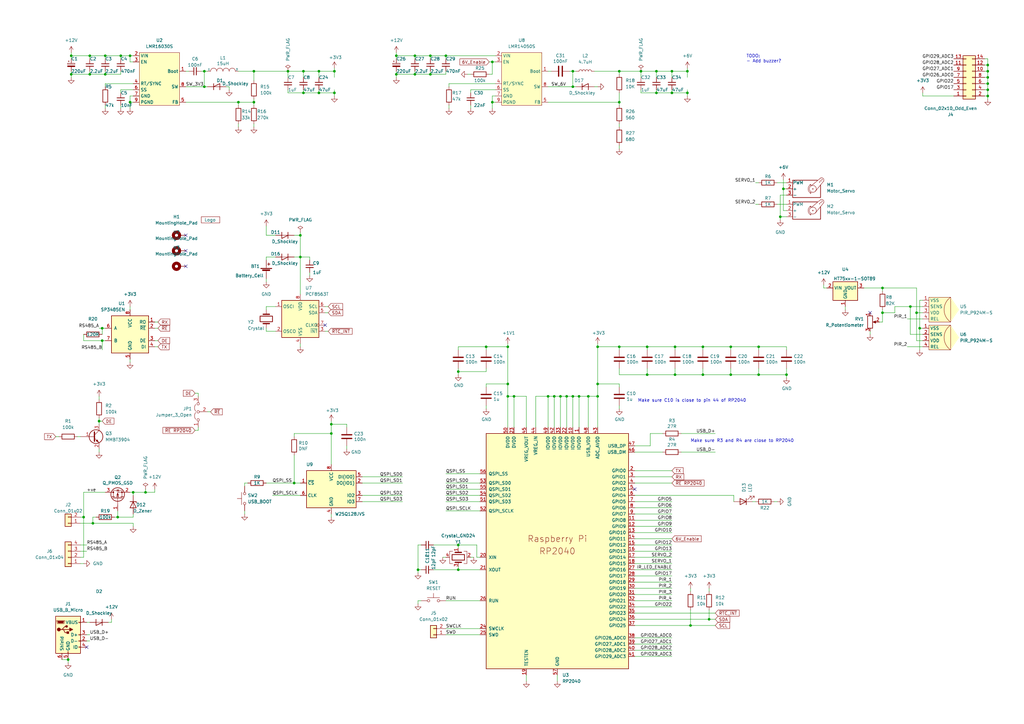
<source format=kicad_sch>
(kicad_sch (version 20211123) (generator eeschema)
  (paper "A3")
  (junction (at 299.72 153.67))
  (junction (at 53.34 22.86))
  (junction (at 135.89 173.99))
  (junction (at 237.49 162.56))
  (junction (at 43.18 30.48))
  (junction (at 130.81 29.21))
  (junction (at 36.83 30.48))
  (junction (at 234.95 162.56))
  (junction (at 254 41.91))
  (junction (at 405.13 39.37))
  (junction (at 29.21 22.86))
  (junction (at 104.14 29.21))
  (junction (at 124.46 38.1))
  (junction (at 405.13 29.21))
  (junction (at 245.11 142.24))
  (junction (at 48.26 212.09))
  (junction (at 262.89 29.21))
  (junction (at 49.53 22.86))
  (junction (at 227.33 162.56))
  (junction (at 162.56 22.86))
  (junction (at 224.79 162.56))
  (junction (at 53.34 41.91))
  (junction (at 299.72 142.24))
  (junction (at 254 29.21))
  (junction (at 281.94 29.21))
  (junction (at 361.95 118.11))
  (junction (at 104.14 41.91))
  (junction (at 322.58 153.67))
  (junction (at 187.96 233.68))
  (junction (at 171.45 233.68))
  (junction (at 59.69 201.93))
  (junction (at 245.11 157.48))
  (junction (at 208.28 157.48))
  (junction (at 311.15 142.24))
  (junction (at 38.1 214.63))
  (junction (at 36.83 22.86))
  (junction (at 162.56 30.48))
  (junction (at 229.87 162.56))
  (junction (at 276.86 153.67))
  (junction (at 234.95 29.21))
  (junction (at 123.19 105.41))
  (junction (at 201.93 25.4))
  (junction (at 187.96 223.52))
  (junction (at 137.16 38.1))
  (junction (at 311.15 153.67))
  (junction (at 54.61 201.93))
  (junction (at 276.86 142.24))
  (junction (at 269.24 38.1))
  (junction (at 321.31 77.47))
  (junction (at 120.65 198.12))
  (junction (at 234.95 35.56))
  (junction (at 288.29 153.67))
  (junction (at 281.94 38.1))
  (junction (at 83.82 29.21))
  (junction (at 176.53 30.48))
  (junction (at 29.21 30.48))
  (junction (at 232.41 162.56))
  (junction (at 41.91 134.62))
  (junction (at 405.13 36.83))
  (junction (at 40.64 172.72))
  (junction (at 265.43 142.24))
  (junction (at 187.96 152.4))
  (junction (at 210.82 162.56))
  (junction (at 405.13 34.29))
  (junction (at 288.29 142.24))
  (junction (at 208.28 162.56))
  (junction (at 320.04 88.9))
  (junction (at 275.59 29.21))
  (junction (at 373.38 125.73))
  (junction (at 34.29 212.09))
  (junction (at 283.21 256.54))
  (junction (at 124.46 29.21))
  (junction (at 361.95 128.27))
  (junction (at 176.53 22.86))
  (junction (at 208.28 142.24))
  (junction (at 137.16 29.21))
  (junction (at 41.91 139.7))
  (junction (at 83.82 35.56))
  (junction (at 269.24 29.21))
  (junction (at 201.93 41.91))
  (junction (at 241.3 162.56))
  (junction (at 245.11 162.56))
  (junction (at 290.83 254))
  (junction (at 130.81 38.1))
  (junction (at 170.18 22.86))
  (junction (at 199.39 142.24))
  (junction (at 123.19 96.52))
  (junction (at 97.79 41.91))
  (junction (at 43.18 22.86))
  (junction (at 170.18 30.48))
  (junction (at 265.43 153.67))
  (junction (at 405.13 31.75))
  (junction (at 405.13 26.67))
  (junction (at 375.92 128.27))
  (junction (at 377.19 134.62))
  (junction (at 275.59 38.1))
  (junction (at 254 142.24))
  (junction (at 135.89 177.8))
  (junction (at 182.88 22.86))
  (junction (at 27.94 270.51))
  (junction (at 118.11 29.21))
  (no_connect (at 76.2 96.52))
  (no_connect (at 133.35 133.35))
  (no_connect (at 356.87 128.27))
  (no_connect (at 35.56 265.43))
  (no_connect (at 76.2 109.22))
  (no_connect (at 76.2 102.87))
  (no_connect (at 260.35 200.66))
  (wire (pts (xy 290.83 241.3) (xy 290.83 242.57)))
  (wire (pts (xy 124.46 38.1) (xy 130.81 38.1)))
  (wire (pts (xy 265.43 142.24) (xy 276.86 142.24)))
  (wire (pts (xy 22.86 179.07) (xy 24.13 179.07)))
  (wire (pts (xy 265.43 153.67) (xy 254 153.67)))
  (wire (pts (xy 215.9 162.56) (xy 210.82 162.56)))
  (wire (pts (xy 29.21 30.48) (xy 29.21 31.75)))
  (wire (pts (xy 260.35 195.58) (xy 275.59 195.58)))
  (wire (pts (xy 254 59.69) (xy 254 60.96)))
  (wire (pts (xy 184.15 43.18) (xy 184.15 44.45)))
  (wire (pts (xy 135.89 177.8) (xy 135.89 190.5)))
  (wire (pts (xy 182.88 29.21) (xy 182.88 30.48)))
  (wire (pts (xy 142.24 182.88) (xy 142.24 184.15)))
  (wire (pts (xy 38.1 212.09) (xy 38.1 214.63)))
  (wire (pts (xy 288.29 151.13) (xy 288.29 153.67)))
  (wire (pts (xy 254 38.1) (xy 254 41.91)))
  (wire (pts (xy 101.6 198.12) (xy 100.33 198.12)))
  (wire (pts (xy 260.35 215.9) (xy 275.59 215.9)))
  (wire (pts (xy 92.71 35.56) (xy 93.98 35.56)))
  (wire (pts (xy 123.19 140.97) (xy 123.19 142.24)))
  (wire (pts (xy 97.79 50.8) (xy 97.79 52.07)))
  (wire (pts (xy 196.85 209.55) (xy 182.88 209.55)))
  (wire (pts (xy 53.34 41.91) (xy 53.34 39.37)))
  (wire (pts (xy 109.22 92.71) (xy 109.22 96.52)))
  (wire (pts (xy 378.46 137.16) (xy 373.38 137.16)))
  (wire (pts (xy 25.4 270.51) (xy 27.94 270.51)))
  (wire (pts (xy 171.45 234.95) (xy 171.45 233.68)))
  (wire (pts (xy 208.28 162.56) (xy 208.28 175.26)))
  (wire (pts (xy 269.24 38.1) (xy 269.24 36.83)))
  (wire (pts (xy 76.2 35.56) (xy 83.82 35.56)))
  (wire (pts (xy 265.43 151.13) (xy 265.43 153.67)))
  (wire (pts (xy 224.79 29.21) (xy 226.06 29.21)))
  (wire (pts (xy 184.15 34.29) (xy 203.2 34.29)))
  (wire (pts (xy 403.86 36.83) (xy 405.13 36.83)))
  (wire (pts (xy 49.53 44.45) (xy 49.53 43.18)))
  (wire (pts (xy 29.21 24.13) (xy 29.21 22.86)))
  (wire (pts (xy 283.21 256.54) (xy 293.37 256.54)))
  (wire (pts (xy 377.19 134.62) (xy 377.19 123.19)))
  (wire (pts (xy 320.04 88.9) (xy 320.04 90.17)))
  (wire (pts (xy 109.22 127) (xy 109.22 125.73)))
  (wire (pts (xy 83.82 35.56) (xy 85.09 35.56)))
  (wire (pts (xy 283.21 241.3) (xy 283.21 242.57)))
  (wire (pts (xy 118.11 29.21) (xy 118.11 31.75)))
  (wire (pts (xy 48.26 212.09) (xy 48.26 209.55)))
  (wire (pts (xy 373.38 125.73) (xy 373.38 137.16)))
  (wire (pts (xy 33.02 231.14) (xy 34.29 231.14)))
  (wire (pts (xy 260.35 248.92) (xy 275.59 248.92)))
  (wire (pts (xy 241.3 162.56) (xy 245.11 162.56)))
  (wire (pts (xy 80.01 176.53) (xy 81.28 176.53)))
  (wire (pts (xy 405.13 24.13) (xy 405.13 26.67)))
  (wire (pts (xy 405.13 34.29) (xy 405.13 36.83)))
  (wire (pts (xy 191.77 30.48) (xy 193.04 30.48)))
  (wire (pts (xy 27.94 270.51) (xy 27.94 271.78)))
  (wire (pts (xy 182.88 22.86) (xy 203.2 22.86)))
  (wire (pts (xy 64.77 139.7) (xy 63.5 139.7)))
  (wire (pts (xy 81.28 176.53) (xy 81.28 175.26)))
  (wire (pts (xy 135.89 172.72) (xy 135.89 173.99)))
  (wire (pts (xy 262.89 29.21) (xy 262.89 31.75)))
  (wire (pts (xy 187.96 143.51) (xy 187.96 142.24)))
  (wire (pts (xy 260.35 228.6) (xy 275.59 228.6)))
  (wire (pts (xy 260.35 208.28) (xy 275.59 208.28)))
  (wire (pts (xy 375.92 128.27) (xy 378.46 128.27)))
  (wire (pts (xy 260.35 218.44) (xy 275.59 218.44)))
  (wire (pts (xy 254 158.75) (xy 254 157.48)))
  (wire (pts (xy 288.29 143.51) (xy 288.29 142.24)))
  (wire (pts (xy 40.64 162.56) (xy 40.64 163.83)))
  (wire (pts (xy 36.83 30.48) (xy 36.83 29.21)))
  (wire (pts (xy 311.15 151.13) (xy 311.15 153.67)))
  (wire (pts (xy 322.58 153.67) (xy 322.58 154.94)))
  (wire (pts (xy 127 111.76) (xy 127 113.03)))
  (wire (pts (xy 49.53 22.86) (xy 43.18 22.86)))
  (wire (pts (xy 162.56 24.13) (xy 162.56 22.86)))
  (wire (pts (xy 53.34 22.86) (xy 54.61 22.86)))
  (wire (pts (xy 262.89 29.21) (xy 269.24 29.21)))
  (wire (pts (xy 200.66 25.4) (xy 201.93 25.4)))
  (wire (pts (xy 130.81 38.1) (xy 137.16 38.1)))
  (wire (pts (xy 254 29.21) (xy 254 30.48)))
  (wire (pts (xy 262.89 36.83) (xy 262.89 38.1)))
  (wire (pts (xy 53.34 25.4) (xy 53.34 22.86)))
  (wire (pts (xy 269.24 38.1) (xy 275.59 38.1)))
  (wire (pts (xy 53.34 201.93) (xy 54.61 201.93)))
  (wire (pts (xy 193.04 43.18) (xy 193.04 44.45)))
  (wire (pts (xy 346.71 125.73) (xy 346.71 127)))
  (wire (pts (xy 208.28 140.97) (xy 208.28 142.24)))
  (wire (pts (xy 133.35 128.27) (xy 134.62 128.27)))
  (wire (pts (xy 187.96 152.4) (xy 199.39 152.4)))
  (wire (pts (xy 93.98 35.56) (xy 93.98 36.83)))
  (wire (pts (xy 219.71 162.56) (xy 224.79 162.56)))
  (wire (pts (xy 229.87 162.56) (xy 232.41 162.56)))
  (wire (pts (xy 311.15 153.67) (xy 322.58 153.67)))
  (wire (pts (xy 29.21 22.86) (xy 36.83 22.86)))
  (wire (pts (xy 201.93 41.91) (xy 203.2 41.91)))
  (wire (pts (xy 377.19 134.62) (xy 378.46 134.62)))
  (wire (pts (xy 290.83 254) (xy 293.37 254)))
  (wire (pts (xy 135.89 210.82) (xy 135.89 212.09)))
  (wire (pts (xy 53.34 39.37) (xy 54.61 39.37)))
  (wire (pts (xy 182.88 30.48) (xy 176.53 30.48)))
  (wire (pts (xy 245.11 162.56) (xy 245.11 175.26)))
  (wire (pts (xy 276.86 151.13) (xy 276.86 153.67)))
  (wire (pts (xy 219.71 175.26) (xy 219.71 162.56)))
  (wire (pts (xy 254 41.91) (xy 254 43.18)))
  (wire (pts (xy 201.93 39.37) (xy 203.2 39.37)))
  (wire (pts (xy 76.2 41.91) (xy 97.79 41.91)))
  (wire (pts (xy 33.02 226.06) (xy 35.56 226.06)))
  (wire (pts (xy 41.91 139.7) (xy 34.29 139.7)))
  (wire (pts (xy 162.56 29.21) (xy 162.56 30.48)))
  (wire (pts (xy 162.56 22.86) (xy 170.18 22.86)))
  (wire (pts (xy 260.35 261.62) (xy 275.59 261.62)))
  (wire (pts (xy 124.46 29.21) (xy 124.46 31.75)))
  (wire (pts (xy 232.41 162.56) (xy 234.95 162.56)))
  (wire (pts (xy 266.7 177.8) (xy 271.78 177.8)))
  (wire (pts (xy 54.61 25.4) (xy 53.34 25.4)))
  (wire (pts (xy 215.9 175.26) (xy 215.9 162.56)))
  (wire (pts (xy 81.28 162.56) (xy 81.28 161.29)))
  (wire (pts (xy 260.35 269.24) (xy 275.59 269.24)))
  (wire (pts (xy 403.86 29.21) (xy 405.13 29.21)))
  (wire (pts (xy 199.39 166.37) (xy 199.39 167.64)))
  (wire (pts (xy 113.03 135.89) (xy 109.22 135.89)))
  (wire (pts (xy 227.33 162.56) (xy 229.87 162.56)))
  (wire (pts (xy 133.35 135.89) (xy 134.62 135.89)))
  (wire (pts (xy 254 29.21) (xy 262.89 29.21)))
  (wire (pts (xy 229.87 175.26) (xy 229.87 162.56)))
  (wire (pts (xy 162.56 30.48) (xy 162.56 31.75)))
  (wire (pts (xy 322.58 86.36) (xy 321.31 86.36)))
  (wire (pts (xy 35.56 262.89) (xy 36.83 262.89)))
  (wire (pts (xy 120.65 96.52) (xy 123.19 96.52)))
  (wire (pts (xy 104.14 29.21) (xy 118.11 29.21)))
  (wire (pts (xy 43.18 139.7) (xy 41.91 139.7)))
  (wire (pts (xy 311.15 142.24) (xy 322.58 142.24)))
  (wire (pts (xy 245.11 140.97) (xy 245.11 142.24)))
  (wire (pts (xy 265.43 143.51) (xy 265.43 142.24)))
  (wire (pts (xy 243.84 35.56) (xy 245.11 35.56)))
  (wire (pts (xy 176.53 22.86) (xy 170.18 22.86)))
  (wire (pts (xy 182.88 22.86) (xy 182.88 24.13)))
  (wire (pts (xy 260.35 243.84) (xy 275.59 243.84)))
  (wire (pts (xy 318.77 74.93) (xy 322.58 74.93)))
  (wire (pts (xy 36.83 22.86) (xy 36.83 24.13)))
  (wire (pts (xy 405.13 39.37) (xy 405.13 40.64)))
  (wire (pts (xy 82.55 29.21) (xy 83.82 29.21)))
  (wire (pts (xy 31.75 179.07) (xy 33.02 179.07)))
  (wire (pts (xy 127 105.41) (xy 123.19 105.41)))
  (wire (pts (xy 34.29 139.7) (xy 34.29 137.16)))
  (wire (pts (xy 283.21 250.19) (xy 283.21 256.54)))
  (wire (pts (xy 311.15 143.51) (xy 311.15 142.24)))
  (wire (pts (xy 53.34 125.73) (xy 53.34 127)))
  (wire (pts (xy 403.86 39.37) (xy 405.13 39.37)))
  (wire (pts (xy 215.9 276.86) (xy 215.9 279.4)))
  (wire (pts (xy 33.02 223.52) (xy 35.56 223.52)))
  (wire (pts (xy 224.79 175.26) (xy 224.79 162.56)))
  (wire (pts (xy 34.29 201.93) (xy 43.18 201.93)))
  (wire (pts (xy 137.16 31.75) (xy 137.16 29.21)))
  (wire (pts (xy 299.72 153.67) (xy 288.29 153.67)))
  (wire (pts (xy 43.18 134.62) (xy 41.91 134.62)))
  (wire (pts (xy 361.95 132.08) (xy 360.68 132.08)))
  (wire (pts (xy 356.87 135.89) (xy 356.87 137.16)))
  (wire (pts (xy 375.92 128.27) (xy 375.92 139.7)))
  (wire (pts (xy 199.39 157.48) (xy 208.28 157.48)))
  (wire (pts (xy 260.35 246.38) (xy 275.59 246.38)))
  (wire (pts (xy 276.86 143.51) (xy 276.86 142.24)))
  (wire (pts (xy 182.88 22.86) (xy 176.53 22.86)))
  (wire (pts (xy 123.19 105.41) (xy 123.19 120.65)))
  (wire (pts (xy 299.72 142.24) (xy 311.15 142.24)))
  (wire (pts (xy 208.28 142.24) (xy 208.28 157.48)))
  (wire (pts (xy 130.81 36.83) (xy 130.81 38.1)))
  (wire (pts (xy 237.49 162.56) (xy 237.49 175.26)))
  (wire (pts (xy 120.65 198.12) (xy 123.19 198.12)))
  (wire (pts (xy 234.95 35.56) (xy 236.22 35.56)))
  (wire (pts (xy 339.09 118.11) (xy 337.82 118.11)))
  (wire (pts (xy 54.61 212.09) (xy 48.26 212.09)))
  (wire (pts (xy 224.79 35.56) (xy 234.95 35.56)))
  (wire (pts (xy 262.89 38.1) (xy 269.24 38.1)))
  (wire (pts (xy 260.35 231.14) (xy 275.59 231.14)))
  (wire (pts (xy 49.53 38.1) (xy 49.53 36.83)))
  (wire (pts (xy 123.19 96.52) (xy 123.19 105.41)))
  (wire (pts (xy 43.18 34.29) (xy 54.61 34.29)))
  (wire (pts (xy 49.53 36.83) (xy 54.61 36.83)))
  (wire (pts (xy 49.53 29.21) (xy 49.53 30.48)))
  (wire (pts (xy 245.11 157.48) (xy 245.11 162.56)))
  (wire (pts (xy 176.53 29.21) (xy 176.53 30.48)))
  (wire (pts (xy 53.34 41.91) (xy 53.34 44.45)))
  (wire (pts (xy 260.35 236.22) (xy 275.59 236.22)))
  (wire (pts (xy 63.5 200.66) (xy 63.5 201.93)))
  (wire (pts (xy 33.02 212.09) (xy 34.29 212.09)))
  (wire (pts (xy 322.58 77.47) (xy 321.31 77.47)))
  (wire (pts (xy 137.16 29.21) (xy 130.81 29.21)))
  (wire (pts (xy 375.92 118.11) (xy 375.92 128.27)))
  (wire (pts (xy 318.77 83.82) (xy 322.58 83.82)))
  (wire (pts (xy 29.21 30.48) (xy 36.83 30.48)))
  (wire (pts (xy 182.88 198.12) (xy 196.85 198.12)))
  (wire (pts (xy 300.99 203.2) (xy 260.35 203.2)))
  (wire (pts (xy 243.84 29.21) (xy 254 29.21)))
  (wire (pts (xy 195.58 223.52) (xy 195.58 228.6)))
  (wire (pts (xy 137.16 38.1) (xy 137.16 36.83)))
  (wire (pts (xy 135.89 173.99) (xy 135.89 177.8)))
  (wire (pts (xy 43.18 35.56) (xy 43.18 34.29)))
  (wire (pts (xy 260.35 241.3) (xy 275.59 241.3)))
  (wire (pts (xy 403.86 24.13) (xy 405.13 24.13)))
  (wire (pts (xy 321.31 77.47) (xy 321.31 73.66)))
  (wire (pts (xy 281.94 38.1) (xy 281.94 36.83)))
  (wire (pts (xy 177.8 233.68) (xy 187.96 233.68)))
  (wire (pts (xy 299.72 143.51) (xy 299.72 142.24)))
  (wire (pts (xy 41.91 139.7) (xy 41.91 143.51)))
  (wire (pts (xy 187.96 233.68) (xy 196.85 233.68)))
  (wire (pts (xy 43.18 44.45) (xy 43.18 43.18)))
  (wire (pts (xy 148.59 198.12) (xy 165.1 198.12)))
  (wire (pts (xy 187.96 151.13) (xy 187.96 152.4)))
  (wire (pts (xy 64.77 132.08) (xy 63.5 132.08)))
  (wire (pts (xy 100.33 209.55) (xy 100.33 210.82)))
  (wire (pts (xy 260.35 205.74) (xy 275.59 205.74)))
  (wire (pts (xy 44.45 255.27) (xy 45.72 255.27)))
  (wire (pts (xy 245.11 142.24) (xy 245.11 157.48)))
  (wire (pts (xy 162.56 21.59) (xy 162.56 22.86)))
  (wire (pts (xy 260.35 213.36) (xy 275.59 213.36)))
  (wire (pts (xy 254 50.8) (xy 254 52.07)))
  (wire (pts (xy 148.59 205.74) (xy 165.1 205.74)))
  (wire (pts (xy 266.7 177.8) (xy 266.7 182.88)))
  (wire (pts (xy 309.88 74.93) (xy 311.15 74.93)))
  (wire (pts (xy 354.33 118.11) (xy 361.95 118.11)))
  (wire (pts (xy 120.65 186.69) (xy 120.65 198.12)))
  (wire (pts (xy 176.53 30.48) (xy 170.18 30.48)))
  (wire (pts (xy 227.33 175.26) (xy 227.33 162.56)))
  (wire (pts (xy 162.56 30.48) (xy 170.18 30.48)))
  (wire (pts (xy 275.59 29.21) (xy 275.59 31.75)))
  (wire (pts (xy 199.39 152.4) (xy 199.39 151.13)))
  (wire (pts (xy 171.45 246.38) (xy 172.72 246.38)))
  (wire (pts (xy 260.35 233.68) (xy 275.59 233.68)))
  (wire (pts (xy 46.99 212.09) (xy 48.26 212.09)))
  (wire (pts (xy 33.02 228.6) (xy 34.29 228.6)))
  (wire (pts (xy 40.64 172.72) (xy 41.91 172.72)))
  (wire (pts (xy 97.79 41.91) (xy 104.14 41.91)))
  (wire (pts (xy 184.15 34.29) (xy 184.15 35.56)))
  (wire (pts (xy 54.61 201.93) (xy 54.61 203.2)))
  (wire (pts (xy 40.64 134.62) (xy 41.91 134.62)))
  (wire (pts (xy 196.85 246.38) (xy 182.88 246.38)))
  (wire (pts (xy 196.85 257.81) (xy 182.88 257.81)))
  (wire (pts (xy 33.02 214.63) (xy 38.1 214.63)))
  (wire (pts (xy 245.11 157.48) (xy 254 157.48)))
  (wire (pts (xy 241.3 175.26) (xy 241.3 162.56)))
  (wire (pts (xy 210.82 162.56) (xy 208.28 162.56)))
  (wire (pts (xy 45.72 254) (xy 45.72 255.27)))
  (wire (pts (xy 124.46 29.21) (xy 130.81 29.21)))
  (wire (pts (xy 54.61 214.63) (xy 54.61 215.9)))
  (wire (pts (xy 361.95 128.27) (xy 361.95 132.08)))
  (wire (pts (xy 208.28 157.48) (xy 208.28 162.56)))
  (wire (pts (xy 187.96 223.52) (xy 195.58 223.52)))
  (wire (pts (xy 201.93 41.91) (xy 201.93 44.45)))
  (wire (pts (xy 224.79 162.56) (xy 227.33 162.56)))
  (wire (pts (xy 43.18 22.86) (xy 36.83 22.86)))
  (wire (pts (xy 377.19 123.19) (xy 378.46 123.19)))
  (wire (pts (xy 361.95 119.38) (xy 361.95 118.11)))
  (wire (pts (xy 234.95 29.21) (xy 234.95 35.56)))
  (wire (pts (xy 367.03 125.73) (xy 367.03 128.27)))
  (wire (pts (xy 171.45 233.68) (xy 171.45 223.52)))
  (wire (pts (xy 260.35 256.54) (xy 283.21 256.54)))
  (wire (pts (xy 113.03 105.41) (xy 109.22 105.41)))
  (wire (pts (xy 97.79 29.21) (xy 104.14 29.21)))
  (wire (pts (xy 322.58 143.51) (xy 322.58 142.24)))
  (wire (pts (xy 361.95 118.11) (xy 375.92 118.11)))
  (wire (pts (xy 279.4 177.8) (xy 293.37 177.8)))
  (wire (pts (xy 64.77 142.24) (xy 63.5 142.24)))
  (wire (pts (xy 300.99 205.74) (xy 300.99 203.2)))
  (wire (pts (xy 281.94 31.75) (xy 281.94 29.21)))
  (wire (pts (xy 83.82 29.21) (xy 85.09 29.21)))
  (wire (pts (xy 118.11 29.21) (xy 124.46 29.21)))
  (wire (pts (xy 260.35 220.98) (xy 275.59 220.98)))
  (wire (pts (xy 403.86 31.75) (xy 405.13 31.75)))
  (wire (pts (xy 118.11 36.83) (xy 118.11 38.1)))
  (wire (pts (xy 281.94 27.94) (xy 281.94 29.21)))
  (wire (pts (xy 260.35 182.88) (xy 266.7 182.88)))
  (wire (pts (xy 40.64 172.72) (xy 40.64 173.99)))
  (wire (pts (xy 120.65 177.8) (xy 135.89 177.8)))
  (wire (pts (xy 260.35 223.52) (xy 275.59 223.52)))
  (wire (pts (xy 142.24 175.26) (xy 142.24 173.99)))
  (wire (pts (xy 234.95 175.26) (xy 234.95 162.56)))
  (wire (pts (xy 59.69 200.66) (xy 59.69 201.93)))
  (wire (pts (xy 133.35 125.73) (xy 134.62 125.73)))
  (wire (pts (xy 260.35 254) (xy 290.83 254)))
  (wire (pts (xy 260.35 238.76) (xy 275.59 238.76)))
  (wire (pts (xy 201.93 41.91) (xy 201.93 39.37)))
  (wire (pts (xy 260.35 266.7) (xy 275.59 266.7)))
  (wire (pts (xy 49.53 22.86) (xy 49.53 24.13)))
  (wire (pts (xy 81.28 161.29) (xy 80.01 161.29)))
  (wire (pts (xy 279.4 185.42) (xy 293.37 185.42)))
  (wire (pts (xy 85.09 168.91) (xy 86.36 168.91)))
  (wire (pts (xy 288.29 153.67) (xy 276.86 153.67)))
  (wire (pts (xy 34.29 212.09) (xy 34.29 228.6)))
  (wire (pts (xy 54.61 41.91) (xy 53.34 41.91)))
  (wire (pts (xy 76.2 29.21) (xy 77.47 29.21)))
  (wire (pts (xy 290.83 250.19) (xy 290.83 254)))
  (wire (pts (xy 43.18 29.21) (xy 43.18 30.48)))
  (wire (pts (xy 43.18 30.48) (xy 36.83 30.48)))
  (wire (pts (xy 405.13 36.83) (xy 405.13 39.37)))
  (wire (pts (xy 201.93 25.4) (xy 203.2 25.4)))
  (wire (pts (xy 377.19 134.62) (xy 377.19 143.51)))
  (wire (pts (xy 320.04 80.01) (xy 320.04 88.9)))
  (wire (pts (xy 109.22 96.52) (xy 113.03 96.52)))
  (wire (pts (xy 118.11 38.1) (xy 124.46 38.1)))
  (wire (pts (xy 372.11 142.24) (xy 378.46 142.24)))
  (wire (pts (xy 260.35 198.12) (xy 275.59 198.12)))
  (wire (pts (xy 308.61 205.74) (xy 309.88 205.74)))
  (wire (pts (xy 182.88 200.66) (xy 196.85 200.66)))
  (wire (pts (xy 254 143.51) (xy 254 142.24)))
  (wire (pts (xy 260.35 185.42) (xy 271.78 185.42)))
  (wire (pts (xy 43.18 22.86) (xy 43.18 24.13)))
  (wire (pts (xy 234.95 162.56) (xy 237.49 162.56)))
  (wire (pts (xy 201.93 30.48) (xy 201.93 25.4)))
  (wire (pts (xy 269.24 29.21) (xy 275.59 29.21)))
  (wire (pts (xy 276.86 153.67) (xy 265.43 153.67)))
  (wire (pts (xy 170.18 22.86) (xy 170.18 24.13)))
  (wire (pts (xy 193.04 36.83) (xy 203.2 36.83)))
  (wire (pts (xy 127 106.68) (xy 127 105.41)))
  (wire (pts (xy 275.59 36.83) (xy 275.59 38.1)))
  (wire (pts (xy 53.34 22.86) (xy 49.53 22.86)))
  (wire (pts (xy 104.14 50.8) (xy 104.14 52.07)))
  (wire (pts (xy 64.77 134.62) (xy 63.5 134.62)))
  (wire (pts (xy 130.81 29.21) (xy 130.81 31.75)))
  (wire (pts (xy 288.29 142.24) (xy 299.72 142.24)))
  (wire (pts (xy 54.61 201.93) (xy 59.69 201.93)))
  (wire (pts (xy 281.94 38.1) (xy 281.94 39.37)))
  (wire (pts (xy 322.58 151.13) (xy 322.58 153.67)))
  (wire (pts (xy 124.46 38.1) (xy 124.46 36.83)))
  (wire (pts (xy 137.16 38.1) (xy 137.16 39.37)))
  (wire (pts (xy 34.29 201.93) (xy 34.29 212.09)))
  (wire (pts (xy 123.19 95.25) (xy 123.19 96.52)))
  (wire (pts (xy 245.11 142.24) (xy 254 142.24)))
  (wire (pts (xy 337.82 118.11) (xy 337.82 116.84)))
  (wire (pts (xy 120.65 105.41) (xy 123.19 105.41)))
  (wire (pts (xy 109.22 114.3) (xy 109.22 115.57)))
  (wire (pts (xy 39.37 212.09) (xy 38.1 212.09)))
  (wire (pts (xy 260.35 226.06) (xy 275.59 226.06)))
  (wire (pts (xy 109.22 125.73) (xy 113.03 125.73)))
  (wire (pts (xy 260.35 264.16) (xy 275.59 264.16)))
  (wire (pts (xy 35.56 260.35) (xy 36.83 260.35)))
  (wire (pts (xy 210.82 175.26) (xy 210.82 162.56)))
  (wire (pts (xy 182.88 203.2) (xy 196.85 203.2)))
  (wire (pts (xy 281.94 29.21) (xy 275.59 29.21)))
  (wire (pts (xy 373.38 125.73) (xy 367.03 125.73)))
  (wire (pts (xy 196.85 194.31) (xy 182.88 194.31)))
  (wire (pts (xy 171.45 233.68) (xy 172.72 233.68)))
  (wire (pts (xy 269.24 29.21) (xy 269.24 31.75)))
  (wire (pts (xy 322.58 80.01) (xy 320.04 80.01)))
  (wire (pts (xy 199.39 142.24) (xy 208.28 142.24)))
  (wire (pts (xy 148.59 203.2) (xy 165.1 203.2)))
  (wire (pts (xy 41.91 134.62) (xy 41.91 137.16)))
  (wire (pts (xy 29.21 21.59) (xy 29.21 22.86)))
  (wire (pts (xy 260.35 193.04) (xy 275.59 193.04)))
  (wire (pts (xy 232.41 175.26) (xy 232.41 162.56)))
  (wire (pts (xy 187.96 223.52) (xy 187.96 224.79)))
  (wire (pts (xy 276.86 142.24) (xy 288.29 142.24)))
  (wire (pts (xy 35.56 255.27) (xy 36.83 255.27)))
  (wire (pts (xy 193.04 228.6) (xy 194.31 228.6)))
  (wire (pts (xy 54.61 210.82) (xy 54.61 212.09)))
  (wire (pts (xy 97.79 41.91) (xy 97.79 43.18)))
  (wire (pts (xy 104.14 41.91) (xy 104.14 43.18)))
  (wire (pts (xy 104.14 29.21) (xy 104.14 33.02)))
  (wire (pts (xy 171.45 247.65) (xy 171.45 246.38)))
  (wire (pts (xy 403.86 34.29) (xy 405.13 34.29)))
  (wire (pts (xy 254 166.37) (xy 254 167.64)))
  (wire (pts (xy 176.53 22.86) (xy 176.53 24.13)))
  (wire (pts (xy 299.72 151.13) (xy 299.72 153.67)))
  (wire (pts (xy 120.65 179.07) (xy 120.65 177.8)))
  (wire (pts (xy 378.46 39.37) (xy 378.46 38.1)))
  (wire (pts (xy 317.5 205.74) (xy 318.77 205.74)))
  (wire (pts (xy 142.24 173.99) (xy 135.89 173.99)))
  (wire (pts (xy 260.35 210.82) (xy 275.59 210.82)))
  (wire (pts (xy 237.49 162.56) (xy 241.3 162.56)))
  (wire (pts (xy 40.64 184.15) (xy 40.64 185.42)))
  (wire (pts (xy 233.68 29.21) (xy 234.95 29.21)))
  (wire (pts (xy 403.86 26.67) (xy 405.13 26.67)))
  (wire (pts (xy 378.46 125.73) (xy 373.38 125.73)))
  (wire (pts (xy 199.39 158.75) (xy 199.39 157.48)))
  (wire (pts (xy 53.34 147.32) (xy 53.34 148.59)))
  (wire (pts (xy 193.04 36.83) (xy 193.04 38.1)))
  (wire (pts (xy 49.53 30.48) (xy 43.18 30.48)))
  (wire (pts (xy 311.15 153.67) (xy 299.72 153.67)))
  (wire (pts (xy 321.31 86.36) (xy 321.31 77.47)))
  (wire (pts (xy 181.61 228.6) (xy 182.88 228.6)))
  (wire (pts (xy 187.96 142.24) (xy 199.39 142.24)))
  (wire (pts (xy 254 142.24) (xy 265.43 142.24)))
  (wire (pts (xy 187.96 152.4) (xy 187.96 153.67)))
  (wire (pts (xy 38.1 214.63) (xy 54.61 214.63)))
  (wire (pts (xy 405.13 26.67) (xy 405.13 29.21)))
  (wire (pts (xy 137.16 27.94) (xy 137.16 29.21)))
  (wire (pts (xy 40.64 171.45) (xy 40.64 172.72)))
  (wire (pts (xy 372.11 130.81) (xy 378.46 130.81)))
  (wire (pts (xy 111.76 203.2) (xy 123.19 203.2)))
  (wire (pts (xy 109.22 198.12) (xy 120.65 198.12)))
  (wire (pts (xy 224.79 41.91) (xy 254 41.91)))
  (wire (pts (xy 254 151.13) (xy 254 153.67)))
  (wire (pts (xy 148.59 195.58) (xy 165.1 195.58)))
  (wire (pts (xy 391.16 39.37) (xy 378.46 39.37)))
  (wire (pts (xy 375.92 139.7) (xy 378.46 139.7)))
  (wire (pts (xy 234.95 29.21) (xy 236.22 29.21)))
  (wire (pts (xy 109.22 135.89) (xy 109.22 134.62)))
  (wire (pts (xy 361.95 127) (xy 361.95 128.27)))
  (wire (pts (xy 275.59 38.1) (xy 281.94 38.1)))
  (wire (pts (xy 187.96 233.68) (xy 187.96 232.41)))
  (wire (pts (xy 100.33 198.12) (xy 100.33 199.39)))
  (wire (pts (xy 195.58 228.6) (xy 196.85 228.6)))
  (wire (pts (xy 29.21 29.21) (xy 29.21 30.48)))
  (wire (pts (xy 170.18 30.48) (xy 170.18 29.21)))
  (wire (pts (xy 320.04 88.9) (xy 322.58 88.9)))
  (wire (pts (xy 196.85 260.35) (xy 182.88 260.35)))
  (wire (pts (xy 199.39 143.51) (xy 199.39 142.24)))
  (wire (pts (xy 182.88 205.74) (xy 196.85 205.74)))
  (wire (pts (xy 309.88 83.82) (xy 311.15 83.82)))
  (wire (pts (xy 405.13 29.21) (xy 405.13 31.75)))
  (wire (pts (xy 177.8 223.52) (xy 187.96 223.52)))
  (wire (pts (xy 171.45 223.52) (xy 172.72 223.52)))
  (wire (pts (xy 405.13 31.75) (xy 405.13 34.29)))
  (wire (pts (xy 109.22 105.41) (xy 109.22 106.68)))
  (wire (pts (xy 260.35 251.46) (xy 293.37 251.46)))
  (wire (pts (xy 83.82 29.21) (xy 83.82 35.56)))
  (wire (pts (xy 104.14 40.64) (xy 104.14 41.91)))
  (wire (pts (xy 367.03 128.27) (xy 361.95 128.27)))
  (wire (pts (xy 228.6 276.86) (xy 228.6 279.4)))
  (wire (pts (xy 59.69 201.93) (xy 63.5 201.93)))
  (wire (pts (xy 200.66 30.48) (xy 201.93 30.48)))
  (text "Make sure R3 and R4 are close to RP2040" (at 283.21 181.61 0) (effects (font (size 1.27 1.27)) (justify left bottom)))
  (text "TODO:\n- Add buzzer?\n\n" (at 306.07 27.94 0) (effects (font (size 1.27 1.27)) (justify left bottom)))
  (text "Make sure C10 is close to pin 44 of RP2040" (at 261.62 165.1 0) (effects (font (size 1.27 1.27)) (justify left bottom)))
  (label "GPIO22" (at 275.59 248.92 180))
  (label "GPIO28_ADC2" (at 391.16 26.67 180))
  (label "QSPI_SS" (at 111.76 198.12 0))
  (label "USB_D-" (at 293.37 185.42 180))
  (label "PIR_1" (at 372.11 130.81 180))
  (label "RS485_B" (at 41.91 143.51 180))
  (label "GPIO29_ADC3" (at 391.16 24.13 180))
  (label "GPIO17" (at 391.16 36.83 180))
  (label "USB_D-" (at 36.83 262.89 0))
  (label "SERVO_1" (at 309.88 74.93 180))
  (label "GPIO10" (at 275.59 218.44 180))
  (label "PIR_3" (at 275.59 243.84 180))
  (label "GPIO12" (at 275.59 223.52 180))
  (label "GPIO17" (at 275.59 236.22 180))
  (label "GPIO7" (at 275.59 210.82 180))
  (label "SERVO_2" (at 275.59 228.6 180))
  (label "SWCLK" (at 182.88 257.81 0))
  (label "RS485_A" (at 35.56 223.52 0))
  (label "PIR_2" (at 275.59 241.3 180))
  (label "GPIO27_ADC1" (at 275.59 264.16 180))
  (label "SWD" (at 182.88 260.35 0))
  (label "QSPI_SD0" (at 182.88 198.12 0))
  (label "GPIO6" (at 275.59 208.28 180))
  (label "QSPI_SD3" (at 165.1 205.74 180))
  (label "RS485_A" (at 40.64 134.62 180))
  (label "PIR_2" (at 372.11 142.24 180))
  (label "QSPI_SD1" (at 165.1 198.12 180))
  (label "QSPI_SD1" (at 182.88 200.66 0))
  (label "GPIO22" (at 391.16 34.29 180))
  (label "QSPI_SCLK" (at 111.76 203.2 0))
  (label "GPIO26_ADC0" (at 391.16 31.75 180))
  (label "GPIO5" (at 275.59 205.74 180))
  (label "QSPI_SD0" (at 165.1 195.58 180))
  (label "GPIO9" (at 275.59 215.9 180))
  (label "USB_D+" (at 36.83 260.35 0))
  (label "RUN" (at 182.88 246.38 0))
  (label "SW_3V3" (at 76.2 35.56 0))
  (label "QSPI_SD3" (at 182.88 205.74 0))
  (label "+ve" (at 35.56 201.93 0))
  (label "RS485_B" (at 35.56 226.06 0))
  (label "QSPI_SS" (at 182.88 194.31 0))
  (label "SERVO_2" (at 309.88 83.82 180))
  (label "USB_D+" (at 293.37 177.8 180))
  (label "GPIO28_ADC2" (at 275.59 266.7 180))
  (label "GPIO8" (at 275.59 213.36 180))
  (label "IR_LED_ENABLE" (at 275.59 233.68 180))
  (label "GPIO13" (at 275.59 226.06 180))
  (label "SERVO_1" (at 275.59 231.14 180))
  (label "GPIO29_ADC3" (at 275.59 269.24 180))
  (label "SW_6V" (at 226.06 35.56 0))
  (label "QSPI_SD2" (at 165.1 203.2 180))
  (label "GPIO27_ADC1" (at 391.16 29.21 180))
  (label "PIR_4" (at 275.59 246.38 180))
  (label "GPIO26_ADC0" (at 275.59 261.62 180))
  (label "PIR_1" (at 275.59 238.76 180))
  (label "QSPI_SD2" (at 182.88 203.2 0))
  (label "QSPI_SCLK" (at 182.88 209.55 0))
  (global_label "~{RE RP2040}" (shape input) (at 80.01 176.53 180) (property "Intersheet References" "${INTERSHEET_REFS}" (effects hide)))
  (global_label "RX" (shape input) (at 275.59 195.58 0) (property "Intersheet References" "${INTERSHEET_REFS}" (effects hide)))
  (global_label "SCL" (shape input) (at 134.62 125.73 0) (property "Intersheet References" "${INTERSHEET_REFS}" (effects hide)))
  (global_label "DE" (shape input) (at 64.77 139.7 0) (property "Intersheet References" "${INTERSHEET_REFS}" (effects hide)))
  (global_label "SDA" (shape input) (at 134.62 128.27 0) (property "Intersheet References" "${INTERSHEET_REFS}" (effects hide)))
  (global_label "~{RE RP2040}" (shape input) (at 275.59 198.12 0) (property "Intersheet References" "${INTERSHEET_REFS}" (effects hide)))
  (global_label "TX" (shape input) (at 64.77 142.24 0) (property "Intersheet References" "${INTERSHEET_REFS}" (effects hide)))
  (global_label "DE" (shape input) (at 80.01 161.29 180) (property "Intersheet References" "${INTERSHEET_REFS}" (effects hide)))
  (global_label "TX" (shape input) (at 22.86 179.07 180) (property "Intersheet References" "${INTERSHEET_REFS}" (effects hide)))
  (global_label "6V_Enable" (shape input) (at 200.66 25.4 180) (property "Intersheet References" "${INTERSHEET_REFS}" (effects hide)))
  (global_label "RX" (shape input) (at 64.77 132.08 0) (property "Intersheet References" "${INTERSHEET_REFS}" (effects hide)))
  (global_label "6V_Enable" (shape input) (at 275.59 220.98 0) (property "Intersheet References" "${INTERSHEET_REFS}" (effects hide)))
  (global_label "SCL" (shape input) (at 293.37 256.54 0) (property "Intersheet References" "${INTERSHEET_REFS}" (effects hide)))
  (global_label "~{RE}" (shape input) (at 64.77 134.62 0) (property "Intersheet References" "${INTERSHEET_REFS}" (effects hide)))
  (global_label "DE" (shape input) (at 41.91 172.72 0) (property "Intersheet References" "${INTERSHEET_REFS}" (effects hide)))
  (global_label "~{RTC_INT}" (shape input) (at 293.37 251.46 0) (property "Intersheet References" "${INTERSHEET_REFS}" (effects hide)))
  (global_label "~{RE}" (shape input) (at 86.36 168.91 0) (property "Intersheet References" "${INTERSHEET_REFS}" (effects hide)))
  (global_label "TX" (shape input) (at 275.59 193.04 0) (property "Intersheet References" "${INTERSHEET_REFS}" (effects hide)))
  (global_label "~{RTC_INT}" (shape input) (at 134.62 135.89 0) (property "Intersheet References" "${INTERSHEET_REFS}" (effects hide)))
  (global_label "SDA" (shape input) (at 293.37 254 0) (property "Intersheet References" "${INTERSHEET_REFS}" (effects hide)))
  (symbol (lib_id "Device:R") (at 196.85 30.48 90) (unit 1)
    (property "Reference" "R25" (at 196.85 27.94 90))
    (property "Value" "100k" (at 196.85 33.02 90))
    (property "Footprint" "Resistor_SMD:R_0402_1005Metric" (effects hide))
    (property "LCSC" "C25086" (effects hide))
  )
  (symbol (lib_id "Connector_Generic:Conn_01x02") (at 27.94 214.63 180) (unit 1)
    (property "Reference" "J2" (at 27.94 207.01 0))
    (property "Value" "Conn_01x02" (at 27.94 209.55 0))
    (property "Footprint" "Connector_JST:JST_XA_S02B-XASK-1_1x02_P2.50mm_Horizontal" (effects hide))
    (property "LCSC" "C225470" (effects hide))
  )
  (symbol (lib_id "Device:C_Small") (at 49.53 40.64 0) (unit 1)
    (property "Reference" "C5" (at 49.53 38.1 0) (effects (justify left)))
    (property "Value" "10nF" (at 49.53 43.18 0) (effects (justify left)))
    (property "Footprint" "Capacitor_SMD:C_0402_1005Metric" (effects hide))
    (property "LCSC" "C15195" (effects hide))
  )
  (symbol (lib_id "Device:R") (at 313.69 205.74 270) (unit 1)
    (property "Reference" "R22" (at 313.69 208.28 90))
    (property "Value" "1K" (at 313.69 205.74 90))
    (property "Footprint" "Resistor_SMD:R_0402_1005Metric" (effects hide))
    (property "LCSC" "C11702" (effects hide))
  )
  (symbol (lib_id "power:GND") (at 93.98 36.83 0) (unit 1)
    (property "Reference" "#PWR0148" (effects hide))
    (property "Value" "GND" (effects hide))
  )
  (symbol (lib_id "Device:C_Small") (at 130.81 34.29 0) (unit 1)
    (property "Reference" "C24" (at 130.81 31.75 0) (effects (justify left)))
    (property "Value" "47uF" (at 130.81 36.83 0) (effects (justify left)))
    (property "Footprint" "Capacitor_SMD:C_1206_3216Metric" (effects hide))
    (property "LCSC" "C96123" (effects hide))
  )
  (symbol (lib_id "power:GND") (at 54.61 215.9 0) (unit 1)
    (property "Reference" "#PWR019" (effects hide))
    (property "Value" "GND" (effects hide))
  )
  (symbol (lib_id "power:GND") (at 318.77 205.74 90) (unit 1)
    (property "Reference" "#PWR0139" (effects hide))
    (property "Value" "GND" (at 323.85 205.74 0))
  )
  (symbol (lib_id "Connector_Generic:Conn_01x02") (at 177.8 260.35 180) (unit 1)
    (property "Reference" "J5" (at 177.8 251.46 0))
    (property "Value" "Conn_01x02" (at 177.8 254 0))
    (property "Footprint" "Connector_PinSocket_2.54mm:PinSocket_1x02_P2.54mm_Vertical" (effects hide))
  )
  (symbol (lib_id "power:GND") (at 181.61 228.6 0) (unit 1)
    (property "Reference" "#PWR0105" (effects hide))
    (property "Value" "GND" (effects hide))
  )
  (symbol (lib_id "power:GND") (at 199.39 167.64 0) (unit 1)
    (property "Reference" "#PWR0119" (effects hide))
    (property "Value" "GND" (at 199.517 172.0342 0))
  )
  (symbol (lib_id "power:+12V") (at 63.5 200.66 0) (unit 1)
    (property "Reference" "#PWR0133" (effects hide))
    (property "Value" "+12V" (at 63.5 195.58 0))
  )
  (symbol (lib_id "power:+12V") (at 29.21 21.59 0) (unit 1)
    (property "Reference" "#PWR0149" (effects hide))
    (property "Value" "+12V" (at 29.21 16.51 0))
  )
  (symbol (lib_id "power:GND") (at 201.93 44.45 0) (unit 1)
    (property "Reference" "#PWR0151" (effects hide))
    (property "Value" "GND" (effects hide))
  )
  (symbol (lib_id "power:PWR_FLAG") (at 262.89 29.21 0) (unit 1)
    (property "Reference" "#FLG0103" (effects hide))
    (property "Value" "PWR_FLAG" (at 262.89 20.32 90))
  )
  (symbol (lib_id "Mechanical:MountingHole_Pad") (at 73.66 96.52 90) (unit 1)
    (property "Reference" "H1" (at 72.39 88.9 90))
    (property "Value" "MountingHole_Pad" (at 72.39 91.44 90))
    (property "Footprint" "MountingHole:MountingHole_3.2mm_M3_Pad" (effects hide))
  )
  (symbol (lib_id "Connector:USB_B_Micro") (at 27.94 260.35 0) (unit 1)
    (property "Reference" "J1" (at 27.94 247.65 0))
    (property "Value" "USB_B_Micro" (at 27.94 250.19 0))
    (property "Footprint" "cacophony-footprints:920-E52A2021S10100" (effects hide))
    (property "LCSC" "C10418" (effects hide))
  )
  (symbol (lib_id "power:PWR_FLAG") (at 59.69 200.66 0) (unit 1)
    (property "Reference" "#FLG02" (effects hide))
    (property "Value" "PWR_FLAG" (at 59.69 191.77 90))
  )
  (symbol (lib_id "Device:D_Shockley") (at 40.64 255.27 180) (unit 1)
    (property "Reference" "D2" (at 40.64 242.57 0))
    (property "Value" "D_Shockley" (at 40.64 251.46 0))
    (property "Footprint" "Diode_SMD:D_SMA" (effects hide))
    (property "LCSC" "C22452" (effects hide))
  )
  (symbol (lib_id "Device:C_Small") (at 118.11 34.29 0) (unit 1)
    (property "Reference" "C7" (at 118.11 31.75 0) (effects (justify left)))
    (property "Value" "1uF" (at 118.11 36.83 0) (effects (justify left)))
    (property "Footprint" "Capacitor_SMD:C_0402_1005Metric" (effects hide))
    (property "LCSC" "C52923" (effects hide))
  )
  (symbol (lib_id "power:PWR_FLAG") (at 118.11 29.21 0) (unit 1)
    (property "Reference" "#FLG0102" (effects hide))
    (property "Value" "PWR_FLAG" (at 118.11 20.32 90))
  )
  (symbol (lib_id "power:GND") (at 215.9 279.4 0) (unit 1)
    (property "Reference" "#PWR0124" (effects hide))
    (property "Value" "GND" (effects hide))
  )
  (symbol (lib_id "power:GND") (at 377.19 143.51 0) (unit 1)
    (property "Reference" "#PWR0123" (effects hide))
    (property "Value" "GND" (effects hide))
  )
  (symbol (lib_id "power:+6V") (at 281.94 27.94 0) (unit 1)
    (property "Reference" "#PWR0135" (effects hide))
    (property "Value" "+6V" (at 281.94 22.86 0))
  )
  (symbol (lib_id "power:GND") (at 405.13 40.64 0) (unit 1)
    (property "Reference" "#PWR0108" (effects hide))
    (property "Value" "GND" (effects hide))
  )
  (symbol (lib_id "Timer_RTC:PCF8563T") (at 123.19 130.81 0) (unit 1)
    (property "Reference" "U7" (at 125.2094 118.11 0) (effects (justify left)))
    (property "Value" "PCF8563T" (at 125.2094 120.65 0) (effects (justify left)))
    (property "Footprint" "Package_SO:SOIC-8_3.9x4.9mm_P1.27mm" (effects hide))
    (property "Datasheet" "https://assets.nexperia.com/documents/data-sheet/PCF8563.pdf" (effects hide))
    (property "LCSC" "C7440" (effects hide))
  )
  (symbol (lib_id "Device:C") (at 299.72 147.32 0) (unit 1)
    (property "Reference" "C20" (at 302.641 146.1516 0) (effects (justify left)))
    (property "Value" "100n" (at 302.641 148.463 0) (effects (justify left)))
    (property "Footprint" "Capacitor_SMD:C_0402_1005Metric" (effects hide))
    (property "LCSC" "C307331" (effects hide))
  )
  (symbol (lib_id "power:GND") (at 320.04 90.17 0) (unit 1)
    (property "Reference" "#PWR0117" (effects hide))
    (property "Value" "GND" (at 320.04 95.25 0))
  )
  (symbol (lib_id "Device:C") (at 254 147.32 0) (unit 1)
    (property "Reference" "C16" (at 256.921 146.1516 0) (effects (justify left)))
    (property "Value" "100n" (at 256.921 148.463 0) (effects (justify left)))
    (property "Footprint" "Capacitor_SMD:C_0402_1005Metric" (effects hide))
    (property "LCSC" "C307331" (effects hide))
  )
  (symbol (lib_id "power:+12V") (at 162.56 21.59 0) (unit 1)
    (property "Reference" "#PWR0156" (effects hide))
    (property "Value" "+12V" (at 162.56 16.51 0))
  )
  (symbol (lib_id "power:GND") (at 53.34 148.59 0) (mirror y) (unit 1)
    (property "Reference" "#PWR0106" (effects hide))
    (property "Value" "GND" (effects hide))
  )
  (symbol (lib_id "Device:C_Small") (at 182.88 26.67 0) (unit 1)
    (property "Reference" "C29" (at 182.88 24.13 0) (effects (justify left)))
    (property "Value" "470nF" (at 182.88 29.21 0) (effects (justify left)))
    (property "Footprint" "Capacitor_SMD:C_0603_1608Metric" (effects hide))
    (property "LCSC" "C1623" (effects hide))
  )
  (symbol (lib_id "Device:C_Small") (at 43.18 26.67 0) (unit 1)
    (property "Reference" "C3" (at 43.18 24.13 0) (effects (justify left)))
    (property "Value" "2.2uF" (at 43.18 29.21 0) (effects (justify left)))
    (property "Footprint" "Capacitor_SMD:C_0805_2012Metric" (effects hide))
    (property "LCSC" "C49217" (effects hide))
  )
  (symbol (lib_id "Device:C_Small") (at 36.83 26.67 0) (unit 1)
    (property "Reference" "C2" (at 36.83 24.13 0) (effects (justify left)))
    (property "Value" "2.2uF" (at 36.83 29.21 0) (effects (justify left)))
    (property "Footprint" "Capacitor_SMD:C_0805_2012Metric" (effects hide))
    (property "LCSC" "C49217" (effects hide))
  )
  (symbol (lib_id "Device:C_Small") (at 262.89 34.29 0) (unit 1)
    (property "Reference" "C32" (at 262.89 31.75 0) (effects (justify left)))
    (property "Value" "1uF" (at 262.89 36.83 0) (effects (justify left)))
    (property "Footprint" "Capacitor_SMD:C_0402_1005Metric" (effects hide))
    (property "LCSC" "C52923" (effects hide))
  )
  (symbol (lib_id "power:+3V3") (at 137.16 27.94 0) (unit 1)
    (property "Reference" "#PWR0157" (effects hide))
    (property "Value" "+3V3" (at 137.541 23.5458 0))
  )
  (symbol (lib_id "Device:R") (at 314.96 83.82 90) (unit 1)
    (property "Reference" "R7" (at 314.96 81.28 90))
    (property "Value" "1K" (at 314.96 83.82 90))
    (property "Footprint" "Resistor_SMD:R_0402_1005Metric" (effects hide))
    (property "LCSC" "C11702" (effects hide))
  )
  (symbol (lib_id "Device:C_Small") (at 175.26 233.68 90) (unit 1)
    (property "Reference" "C12" (at 175.26 231.14 0) (effects (justify left)))
    (property "Value" "12pF" (at 177.8 233.68 0) (effects (justify left)))
    (property "Footprint" "Capacitor_SMD:C_0402_1005Metric" (effects hide))
    (property "LCSC" "C1547" (effects hide))
  )
  (symbol (lib_id "Device:R") (at 254 46.99 0) (unit 1)
    (property "Reference" "R26" (at 256.54 45.7199 0) (effects (justify left)))
    (property "Value" "560" (at 256.54 48.2599 0) (effects (justify left)))
    (property "Footprint" "Resistor_SMD:R_0603_1608Metric" (effects hide))
    (property "LCSC" "C23204" (effects hide))
  )
  (symbol (lib_id "Device:Crystal") (at 109.22 130.81 90) (unit 1)
    (property "Reference" "Y2" (at 101.6 132.08 90) (effects (justify right)))
    (property "Value" "Crystal" (at 101.6 134.62 90) (effects (justify right)))
    (property "Footprint" "Crystal:Crystal_SMD_3215-2Pin_3.2x1.5mm" (effects hide))
    (property "LCSC" "C32346" (effects hide))
  )
  (symbol (lib_id "Device:R") (at 97.79 46.99 0) (unit 1)
    (property "Reference" "R14" (at 99.06 45.72 0) (effects (justify left)))
    (property "Value" "33k" (at 99.06 48.26 0) (effects (justify left)))
    (property "Footprint" "Resistor_SMD:R_0603_1608Metric" (effects hide))
    (property "LCSC" "C4216" (effects hide))
  )
  (symbol (lib_id "power:PWR_FLAG") (at 123.19 95.25 0) (unit 1)
    (property "Reference" "#FLG0101" (effects hide))
    (property "Value" "PWR_FLAG" (at 123.19 90.17 0))
  )
  (symbol (lib_id "power:GND") (at 97.79 52.07 0) (unit 1)
    (property "Reference" "#PWR0147" (effects hide))
    (property "Value" "GND" (effects hide))
  )
  (symbol (lib_id "Device:R") (at 290.83 246.38 0) (unit 1)
    (property "Reference" "R12" (at 293.37 245.1099 0) (effects (justify left)))
    (property "Value" "10k" (at 293.37 247.6499 0) (effects (justify left)))
    (property "Footprint" "Resistor_SMD:R_0402_1005Metric" (effects hide))
    (property "LCSC" "C25744" (effects hide))
  )
  (symbol (lib_id "Device:D_Shockley") (at 88.9 35.56 0) (unit 1)
    (property "Reference" "D1" (at 90.17 33.02 0))
    (property "Value" "D_Shockley" (at 96.52 34.29 0))
    (property "Footprint" "Diode_SMD:D_SMA" (effects hide))
    (property "LCSC" "C22452" (effects hide))
  )
  (symbol (lib_id "power:GND") (at 356.87 137.16 0) (unit 1)
    (property "Reference" "#PWR0115" (effects hide))
    (property "Value" "GND" (effects hide))
  )
  (symbol (lib_id "Device:LED") (at 304.8 205.74 180) (unit 1)
    (property "Reference" "D13" (at 305.1174 201.93 90) (effects (justify right)))
    (property "Value" "LED" (at 307.6574 201.93 90) (effects (justify right)))
    (property "Footprint" "LED_SMD:LED_0805_2012Metric" (effects hide))
    (property "LCSC" "C84256" (effects hide))
  )
  (symbol (lib_id "Device:R_Potentiometer") (at 356.87 132.08 0) (unit 1)
    (property "Reference" "RV1" (at 354.33 130.8099 0) (effects (justify right)))
    (property "Value" "R_Potentiometer" (at 354.33 133.3499 0) (effects (justify right)))
    (property "Footprint" "Potentiometer_SMD:Potentiometer_Bourns_TC33X_Vertical" (effects hide))
    (property "LCSC" "C128550" (effects hide))
  )
  (symbol (lib_id "power:GND") (at 29.21 31.75 0) (unit 1)
    (property "Reference" "#PWR0150" (effects hide))
    (property "Value" "GND" (effects hide))
  )
  (symbol (lib_id "cacophony-symbols:LMR16030S") (at 66.04 33.02 0) (unit 1)
    (property "Reference" "U2" (at 65.405 16.51 0))
    (property "Value" "LMR16030S" (at 65.405 19.05 0))
    (property "Footprint" "Package_SO:TI_SO-PowerPAD-8" (effects hide))
    (property "Datasheet" "https://www.ti.com/lit/ds/symlink/lmr16030.pdf?HQS=dis-dk-null-digikeymode-dsf-pf-null-wwe&ts=1653195362736&ref_url=https%253A%252F%252Fwww.ti.com%252Fgeneral%252Fdocs%252Fsuppproductinfo.tsp%253FdistId%253D10%2526gotoUrl%253Dhttps%253A%252F%252Fwww.ti.com%252Flit%252Fgpn%252Flmr16030" (effects hide))
    (property "LCSC" "C136648" (effects hide))
  )
  (symbol (lib_id "Device:C_Small") (at 175.26 223.52 90) (unit 1)
    (property "Reference" "C11" (at 175.26 228.6 0) (effects (justify left)))
    (property "Value" "12pF" (at 177.8 228.6 0) (effects (justify left)))
    (property "Footprint" "Capacitor_SMD:C_0402_1005Metric" (effects hide))
    (property "LCSC" "C1547" (effects hide))
  )
  (symbol (lib_id "Device:C") (at 311.15 147.32 0) (unit 1)
    (property "Reference" "C21" (at 314.071 146.1516 0) (effects (justify left)))
    (property "Value" "100n" (at 314.071 148.463 0) (effects (justify left)))
    (property "Footprint" "Capacitor_SMD:C_0402_1005Metric" (effects hide))
    (property "LCSC" "C307331" (effects hide))
  )
  (symbol (lib_id "Device:C_Polarized_Small") (at 162.56 26.67 0) (unit 1)
    (property "Reference" "C26" (at 162.56 24.13 0) (effects (justify left)))
    (property "Value" "220uF" (at 162.56 29.21 0) (effects (justify left)))
    (property "Footprint" "cacophony-footprints:CAP-SMD_BD8.0-L8.3-W8.3-LS9.3-FD" (effects hide))
    (property "LCSC" "C72497" (effects hide))
  )
  (symbol (lib_id "Device:C_Small") (at 49.53 26.67 0) (unit 1)
    (property "Reference" "C4" (at 49.53 24.13 0) (effects (justify left)))
    (property "Value" "470nF" (at 49.53 29.21 0) (effects (justify left)))
    (property "Footprint" "Capacitor_SMD:C_0603_1608Metric" (effects hide))
    (property "LCSC" "C1623" (effects hide))
  )
  (symbol (lib_id "power:GND") (at 162.56 31.75 0) (unit 1)
    (property "Reference" "#PWR0155" (effects hide))
    (property "Value" "GND" (effects hide))
  )
  (symbol (lib_id "Device:R") (at 361.95 123.19 0) (unit 1)
    (property "Reference" "R8" (at 363.22 121.92 0) (effects (justify left)))
    (property "Value" "82K" (at 363.22 124.46 0) (effects (justify left)))
    (property "Footprint" "Resistor_SMD:R_0603_1608Metric" (effects hide))
    (property "LCSC" "C23254" (effects hide))
  )
  (symbol (lib_id "Transistor_BJT:MMBT3904") (at 38.1 179.07 0) (unit 1)
    (property "Reference" "Q3" (at 43.18 177.7999 0) (effects (justify left)))
    (property "Value" "MMBT3904" (at 43.18 180.3399 0) (effects (justify left)))
    (property "Footprint" "Package_TO_SOT_SMD:SOT-23" (effects hide))
    (property "Datasheet" "https://www.onsemi.com/pub/Collateral/2N3903-D.PDF" (effects hide))
    (property "LCSC" "C20526" (effects hide))
  )
  (symbol (lib_id "power:+12V") (at 45.72 254 0) (unit 1)
    (property "Reference" "#PWR0137" (effects hide))
    (property "Value" "+12V" (at 45.72 248.92 0))
  )
  (symbol (lib_id "power:GND") (at 184.15 44.45 0) (unit 1)
    (property "Reference" "#PWR0154" (effects hide))
    (property "Value" "GND" (effects hide))
  )
  (symbol (lib_id "Switch:SW_Push") (at 177.8 246.38 0) (unit 1)
    (property "Reference" "SW1" (at 177.8 238.76 0))
    (property "Value" "RESET" (at 177.8 241.3 0))
    (property "Footprint" "Button_Switch_SMD:SW_SPST_SKQG_WithStem" (effects hide))
    (property "LCSC" "C318884" (effects hide))
  )
  (symbol (lib_id "power:+3V3") (at 135.89 172.72 0) (unit 1)
    (property "Reference" "#PWR0110" (effects hide))
    (property "Value" "+3V3" (at 136.271 168.3258 0))
  )
  (symbol (lib_id "power:+6V") (at 321.31 73.66 0) (unit 1)
    (property "Reference" "#PWR0136" (effects hide))
    (property "Value" "+6V" (at 321.31 68.58 0))
  )
  (symbol (lib_id "Device:Crystal_GND24") (at 187.96 228.6 270) (unit 1)
    (property "Reference" "Y1" (at 187.96 222.25 90))
    (property "Value" "Crystal_GND24" (at 187.96 219.71 90))
    (property "Footprint" "Crystal:Crystal_SMD_3225-4Pin_3.2x2.5mm" (effects hide))
    (property "LCSC" "C9002" (effects hide))
  )
  (symbol (lib_id "power:GND") (at 254 167.64 0) (unit 1)
    (property "Reference" "#PWR0118" (effects hide))
    (property "Value" "GND" (at 254.127 172.0342 0))
  )
  (symbol (lib_id "power:GND") (at 254 60.96 0) (unit 1)
    (property "Reference" "#PWR0131" (effects hide))
    (property "Value" "GND" (effects hide))
  )
  (symbol (lib_id "power:GND") (at 245.11 35.56 90) (unit 1)
    (property "Reference" "#PWR0132" (effects hide))
    (property "Value" "GND" (effects hide))
  )
  (symbol (lib_id "Device:R") (at 314.96 74.93 90) (unit 1)
    (property "Reference" "R6" (at 314.96 72.39 90))
    (property "Value" "1K" (at 314.96 74.93 90))
    (property "Footprint" "Resistor_SMD:R_0402_1005Metric" (effects hide))
    (property "LCSC" "C11702" (effects hide))
  )
  (symbol (lib_id "power:GND") (at 346.71 127 0) (unit 1)
    (property "Reference" "#PWR0114" (effects hide))
    (property "Value" "GND" (effects hide))
  )
  (symbol (lib_id "Device:D_Shockley") (at 116.84 96.52 180) (unit 1)
    (property "Reference" "D11" (at 113.03 95.25 0))
    (property "Value" "D_Shockley" (at 116.84 99.06 0))
    (property "Footprint" "Diode_SMD:D_SOD-323" (effects hide))
    (property "LCSC" "C191023" (effects hide))
  )
  (symbol (lib_id "power:+3.3V") (at 378.46 38.1 0) (unit 1)
    (property "Reference" "#PWR0116" (effects hide))
    (property "Value" "+3.3V" (at 378.46 33.02 0))
  )
  (symbol (lib_id "Device:R") (at 184.15 39.37 0) (unit 1)
    (property "Reference" "R17" (at 185.42 38.1 0) (effects (justify left)))
    (property "Value" "47k" (at 185.42 40.64 0) (effects (justify left)))
    (property "Footprint" "Resistor_SMD:R_0402_1005Metric" (effects hide))
    (property "LCSC" "C25792" (effects hide))
  )
  (symbol (lib_id "power:+3.3V") (at 283.21 241.3 0) (unit 1)
    (property "Reference" "#PWR?" (effects hide))
    (property "Value" "+3.3V" (at 283.21 236.22 0))
  )
  (symbol (lib_id "Connector_Generic:Conn_01x04") (at 27.94 228.6 180) (unit 1)
    (property "Reference" "J6" (at 20.32 226.06 0))
    (property "Value" "Conn_01x04" (at 20.32 228.6 0))
    (property "Footprint" "Connector_JST:JST_XA_S04B-XASK-1_1x04_P2.50mm_Horizontal" (effects hide))
    (property "LCSC" "C265097" (effects hide))
  )
  (symbol (lib_id "cacophony-symbols:RP2040") (at 228.6 226.06 0) (unit 1)
    (property "Reference" "U3" (at 230.6194 276.86 0) (effects (justify left)))
    (property "Value" "RP2040" (at 230.6194 279.4 0) (effects (justify left)))
    (property "Footprint" "cacophony-footprints:RP2040-QFN-56" (effects hide))
    (property "Datasheet" "https://datasheets.raspberrypi.com/rp2040/rp2040-datasheet.pdf" (effects hide))
    (property "LCSC" "C2040" (effects hide))
  )
  (symbol (lib_id "Device:C_Small") (at 170.18 26.67 0) (unit 1)
    (property "Reference" "C27" (at 170.18 24.13 0) (effects (justify left)))
    (property "Value" "2.2uF" (at 170.18 29.21 0) (effects (justify left)))
    (property "Footprint" "Capacitor_SMD:C_0805_2012Metric" (effects hide))
    (property "LCSC" "C49217" (effects hide))
  )
  (symbol (lib_id "Device:C") (at 199.39 162.56 0) (unit 1)
    (property "Reference" "C15" (at 202.311 161.3916 0) (effects (justify left)))
    (property "Value" "1u" (at 202.311 163.703 0) (effects (justify left)))
    (property "Footprint" "Capacitor_SMD:C_0402_1005Metric" (effects hide))
    (property "LCSC" "C52923" (effects hide))
  )
  (symbol (lib_id "power:GND") (at 171.45 234.95 0) (unit 1)
    (property "Reference" "#PWR0104" (effects hide))
    (property "Value" "GND" (effects hide))
  )
  (symbol (lib_id "Device:C_Small") (at 176.53 26.67 0) (unit 1)
    (property "Reference" "C28" (at 176.53 24.13 0) (effects (justify left)))
    (property "Value" "2.2uF" (at 176.53 29.21 0) (effects (justify left)))
    (property "Footprint" "Capacitor_SMD:C_0805_2012Metric" (effects hide))
    (property "LCSC" "C49217" (effects hide))
  )
  (symbol (lib_id "power:+3.3V") (at 109.22 92.71 0) (unit 1)
    (property "Reference" "#PWR0140" (effects hide))
    (property "Value" "+3.3V" (at 109.22 87.63 0))
  )
  (symbol (lib_id "Device:C") (at 265.43 147.32 0) (unit 1)
    (property "Reference" "C17" (at 268.351 146.1516 0) (effects (justify left)))
    (property "Value" "100n" (at 268.351 148.463 0) (effects (justify left)))
    (property "Footprint" "Capacitor_SMD:C_0402_1005Metric" (effects hide))
    (property "LCSC" "C307331" (effects hide))
  )
  (symbol (lib_id "Device:L") (at 240.03 29.21 90) (unit 1)
    (property "Reference" "L2" (at 240.03 22.86 90))
    (property "Value" "4.7uH" (at 240.03 25.4 90))
    (property "Footprint" "cacophony-footprints:IND-SMD_L7.0-W6.6" (effects hide))
    (property "LCSC" "C408447" (effects hide))
  )
  (symbol (lib_id "power:GND") (at 194.31 228.6 0) (unit 1)
    (property "Reference" "#PWR0102" (effects hide))
    (property "Value" "GND" (effects hide))
  )
  (symbol (lib_id "Device:C") (at 322.58 147.32 0) (unit 1)
    (property "Reference" "C22" (at 325.501 146.1516 0) (effects (justify left)))
    (property "Value" "100n" (at 325.501 148.463 0) (effects (justify left)))
    (property "Footprint" "Capacitor_SMD:C_0402_1005Metric" (effects hide))
    (property "LCSC" "C307331" (effects hide))
  )
  (symbol (lib_id "Motor:Motor_Servo") (at 330.2 86.36 0) (unit 1)
    (property "Reference" "M2" (at 339.09 84.6565 0) (effects (justify left)))
    (property "Value" "Motor_Servo" (at 339.09 87.1965 0) (effects (justify left)))
    (property "Footprint" "Connector_JST:JST_XA_S03B-XASK-1_1x03_P2.50mm_Horizontal" (effects hide))
    (property "Datasheet" "http://forums.parallax.com/uploads/attachments/46831/74481.png" (effects hide))
    (property "LCSC" "C161670" (effects hide))
  )
  (symbol (lib_id "Device:R") (at 254 34.29 0) (unit 1)
    (property "Reference" "R18" (at 256.54 33.0199 0) (effects (justify left)))
    (property "Value" "10K" (at 256.54 35.5599 0) (effects (justify left)))
    (property "Footprint" "Resistor_SMD:R_0402_1005Metric" (effects hide))
    (property "LCSC" "C25744" (effects hide))
  )
  (symbol (lib_id "power:GND") (at 34.29 231.14 90) (unit 1)
    (property "Reference" "#PWR0160" (effects hide))
    (property "Value" "GND" (at 38.1 231.1399 90) (effects (justify right)))
  )
  (symbol (lib_id "Device:R") (at 254 55.88 0) (unit 1)
    (property "Reference" "R27" (at 256.54 54.6099 0) (effects (justify left)))
    (property "Value" "680" (at 256.54 57.1499 0) (effects (justify left)))
    (property "Footprint" "Resistor_SMD:R_0603_1608Metric" (effects hide))
    (property "LCSC" "C23228" (effects hide))
  )
  (symbol (lib_id "power:GND") (at 104.14 52.07 0) (unit 1)
    (property "Reference" "#PWR0146" (effects hide))
    (property "Value" "GND" (effects hide))
  )
  (symbol (lib_id "Device:R") (at 104.14 36.83 0) (unit 1)
    (property "Reference" "R15" (at 106.68 35.5599 0) (effects (justify left)))
    (property "Value" "100k" (at 106.68 38.0999 0) (effects (justify left)))
    (property "Footprint" "Resistor_SMD:R_0603_1608Metric" (effects hide))
    (property "LCSC" "C25803" (effects hide))
  )
  (symbol (lib_id "Device:C") (at 276.86 147.32 0) (unit 1)
    (property "Reference" "C18" (at 279.781 146.1516 0) (effects (justify left)))
    (property "Value" "100n" (at 279.781 148.463 0) (effects (justify left)))
    (property "Footprint" "Capacitor_SMD:C_0402_1005Metric" (effects hide))
    (property "LCSC" "C307331" (effects hide))
  )
  (symbol (lib_id "Device:C") (at 187.96 147.32 0) (unit 1)
    (property "Reference" "C13" (at 190.881 146.1516 0) (effects (justify left)))
    (property "Value" "100n" (at 190.881 148.463 0) (effects (justify left)))
    (property "Footprint" "Capacitor_SMD:C_0402_1005Metric" (effects hide))
    (property "LCSC" "C307331" (effects hide))
  )
  (symbol (lib_id "Device:R") (at 27.94 179.07 90) (unit 1)
    (property "Reference" "R1" (at 27.94 172.72 90))
    (property "Value" "100k" (at 27.94 175.26 90))
    (property "Footprint" "Resistor_SMD:R_0402_1005Metric" (effects hide))
    (property "LCSC" "C25086" (effects hide))
  )
  (symbol (lib_id "power:GND") (at 123.19 142.24 0) (unit 1)
    (property "Reference" "#PWR0101" (effects hide))
    (property "Value" "GND" (effects hide))
  )
  (symbol (lib_id "power:GND") (at 137.16 39.37 0) (unit 1)
    (property "Reference" "#PWR0158" (effects hide))
    (property "Value" "GND" (effects hide))
  )
  (symbol (lib_id "cacophony-symbols:Logo") (at 86.36 90.17 0) (unit 1)
    (property "Reference" "U11" (effects hide))
    (property "Value" "Logo" (at 83.82 90.17 0) (effects (justify left)))
    (property "Footprint" "cacophony-footprints:logo" (effects hide))
  )
  (symbol (lib_id "Motor:Motor_Servo") (at 330.2 77.47 0) (unit 1)
    (property "Reference" "M1" (at 339.09 75.7665 0) (effects (justify left)))
    (property "Value" "Motor_Servo" (at 339.09 78.3065 0) (effects (justify left)))
    (property "Footprint" "Connector_JST:JST_XA_S03B-XASK-1_1x03_P2.50mm_Horizontal" (effects hide))
    (property "Datasheet" "http://forums.parallax.com/uploads/attachments/46831/74481.png" (effects hide))
    (property "LCSC" "C161670" (effects hide))
  )
  (symbol (lib_id "Device:C") (at 199.39 147.32 0) (unit 1)
    (property "Reference" "C14" (at 202.311 146.1516 0) (effects (justify left)))
    (property "Value" "100n" (at 202.311 148.463 0) (effects (justify left)))
    (property "Footprint" "Capacitor_SMD:C_0402_1005Metric" (effects hide))
    (property "LCSC" "C307331" (effects hide))
  )
  (symbol (lib_id "Device:C") (at 142.24 179.07 0) (unit 1)
    (property "Reference" "C23" (at 145.161 177.9016 0) (effects (justify left)))
    (property "Value" "100n" (at 145.161 180.213 0) (effects (justify left)))
    (property "Footprint" "Capacitor_SMD:C_0402_1005Metric" (effects hide))
    (property "LCSC" "C307331" (effects hide))
  )
  (symbol (lib_id "Device:C_Polarized_Small") (at 29.21 26.67 0) (unit 1)
    (property "Reference" "C1" (at 29.21 24.13 0) (effects (justify left)))
    (property "Value" "220uF" (at 29.21 29.21 0) (effects (justify left)))
    (property "Footprint" "cacophony-footprints:CAP-SMD_BD8.0-L8.3-W8.3-LS9.3-FD" (effects hide))
    (property "LCSC" "C72497" (effects hide))
  )
  (symbol (lib_id "cacophony-symbols:LMR14050S") (at 214.63 33.02 0) (unit 1)
    (property "Reference" "U8" (at 213.995 16.51 0))
    (property "Value" "LMR14050S" (at 213.995 19.05 0))
    (property "Footprint" "Package_SO:TI_SO-PowerPAD-8" (effects hide))
    (property "Datasheet" "https://rocelec.widen.net/view/pdf/ngqsvtkxu0/TXII-S-A0001544015-1.pdf?t.download=true&u=5oefqw" (effects hide))
    (property "LCSC" "C136648" (effects hide))
  )
  (symbol (lib_id "Device:C") (at 288.29 147.32 0) (unit 1)
    (property "Reference" "C19" (at 291.211 146.1516 0) (effects (justify left)))
    (property "Value" "100n" (at 291.211 148.463 0) (effects (justify left)))
    (property "Footprint" "Capacitor_SMD:C_0402_1005Metric" (effects hide))
    (property "LCSC" "C307331" (effects hide))
  )
  (symbol (lib_id "power:GND") (at 53.34 44.45 0) (unit 1)
    (property "Reference" "#PWR0143" (effects hide))
    (property "Value" "GND" (effects hide))
  )
  (symbol (lib_id "power:GND") (at 135.89 212.09 0) (unit 1)
    (property "Reference" "#PWR0112" (effects hide))
    (property "Value" "GND" (effects hide))
  )
  (symbol (lib_id "Device:R") (at 43.18 212.09 270) (unit 1)
    (property "Reference" "R19" (at 43.18 209.55 90))
    (property "Value" "100k" (at 43.18 212.09 90))
    (property "Footprint" "Resistor_SMD:R_0402_1005Metric" (effects hide))
    (property "LCSC" "C25086" (effects hide))
  )
  (symbol (lib_id "Connector_Generic:Conn_02x07_Odd_Even") (at 396.24 31.75 0) (mirror x) (unit 1)
    (property "Reference" "J4" (at 389.89 46.99 0))
    (property "Value" "Conn_02x10_Odd_Even" (at 389.89 44.45 0))
    (property "Footprint" "Connector_PinSocket_2.54mm:PinSocket_2x07_P2.54mm_Vertical" (effects hide))
  )
  (symbol (lib_id "power:+3.3V") (at 290.83 241.3 0) (unit 1)
    (property "Reference" "#PWR?" (effects hide))
    (property "Value" "+3.3V" (at 290.83 236.22 0))
  )
  (symbol (lib_id "Device:C_Small") (at 127 109.22 0) (unit 1)
    (property "Reference" "C9" (at 128.27 107.95 0) (effects (justify left)))
    (property "Value" "1uF" (at 128.27 111.76 0) (effects (justify left)))
    (property "Footprint" "Capacitor_SMD:C_0402_1005Metric" (effects hide))
    (property "LCSC" "C52923" (effects hide))
  )
  (symbol (lib_id "Device:D_Zener") (at 54.61 207.01 270) (unit 1)
    (property "Reference" "D12" (at 55.88 207.01 90) (effects (justify left)))
    (property "Value" "D_Zener" (at 54.61 209.55 90) (effects (justify left)))
    (property "Footprint" "Diode_SMD:D_MiniMELF" (effects hide))
    (property "LCSC" "C8062" (effects hide))
  )
  (symbol (lib_id "Interface_UART:SP3485EN") (at 53.34 137.16 0) (mirror y) (unit 1)
    (property "Reference" "U1" (at 51.3206 124.46 0) (effects (justify left)))
    (property "Value" "SP3485EN" (at 51.3206 127 0) (effects (justify left)))
    (property "Footprint" "Package_SO:SOIC-8_3.9x4.9mm_P1.27mm" (effects hide))
    (property "Datasheet" "http://www.icbase.com/pdf/SPX/SPX00480106.pdf" (effects hide))
    (property "LCSC" "C8963" (effects hide))
  )
  (symbol (lib_id "Device:R") (at 283.21 246.38 0) (unit 1)
    (property "Reference" "R11" (at 285.75 245.1099 0) (effects (justify left)))
    (property "Value" "10k" (at 285.75 247.6499 0) (effects (justify left)))
    (property "Footprint" "Resistor_SMD:R_0402_1005Metric" (effects hide))
    (property "LCSC" "C25744" (effects hide))
  )
  (symbol (lib_id "power:+1V1") (at 208.28 140.97 0) (unit 1)
    (property "Reference" "#PWR0127" (effects hide))
    (property "Value" "+1V1" (at 208.661 136.5758 0))
  )
  (symbol (lib_id "power:GND") (at 43.18 44.45 0) (unit 1)
    (property "Reference" "#PWR0144" (effects hide))
    (property "Value" "GND" (effects hide))
  )
  (symbol (lib_id "Device:D_Shockley") (at 116.84 105.41 180) (unit 1)
    (property "Reference" "D16" (at 113.03 104.14 0))
    (property "Value" "D_Shockley" (at 116.84 107.95 0))
    (property "Footprint" "Diode_SMD:D_SOD-323" (effects hide))
    (property "LCSC" "C191023" (effects hide))
  )
  (symbol (lib_id "cacophony-symbols:PIR_P924M-S") (at 389.89 138.43 0) (unit 1)
    (property "Reference" "U6" (at 393.7 137.1599 0) (effects (justify left)))
    (property "Value" "PIR_P924M-S" (at 393.7 139.6999 0) (effects (justify left)))
    (property "Footprint" "cacophony-footprints:PIR_P924M-S" (effects hide))
    (property "Datasheet" "https://datasheet.lcsc.com/lcsc/1811101110_Shanghai-Nicera-Sensor-P924M-S_C139580.pdf" (effects hide))
    (property "LCSC" "C139580" (effects hide))
  )
  (symbol (lib_id "power:GND") (at 49.53 44.45 0) (unit 1)
    (property "Reference" "#PWR0145" (effects hide))
    (property "Value" "GND" (effects hide))
  )
  (symbol (lib_id "Jumper:Jumper_3_Open") (at 81.28 168.91 90) (unit 1)
    (property "Reference" "JP1" (at 78.74 167.6399 90) (effects (justify left)))
    (property "Value" "Jumper_3_Open" (at 78.74 170.1799 90) (effects (justify left)))
    (property "Footprint" "Connector_PinSocket_2.54mm:PinSocket_1x03_P2.54mm_Vertical" (effects hide))
  )
  (symbol (lib_id "Device:R") (at 275.59 185.42 270) (unit 1)
    (property "Reference" "R4" (at 275.59 180.1622 90))
    (property "Value" "27R" (at 275.59 182.4736 90))
    (property "Footprint" "Resistor_SMD:R_0603_1608Metric" (effects hide))
    (property "LCSC" "C25190" (effects hide))
  )
  (symbol (lib_id "power:+12V") (at 337.82 116.84 0) (unit 1)
    (property "Reference" "#PWR0113" (effects hide))
    (property "Value" "+12V" (at 337.82 111.76 0))
  )
  (symbol (lib_id "power:GND") (at 100.33 210.82 0) (unit 1)
    (property "Reference" "#PWR0109" (effects hide))
    (property "Value" "GND" (effects hide))
  )
  (symbol (lib_id "Device:C_Small") (at 275.59 34.29 0) (unit 1)
    (property "Reference" "C34" (at 275.59 31.75 0) (effects (justify left)))
    (property "Value" "47uF" (at 275.59 36.83 0) (effects (justify left)))
    (property "Footprint" "Capacitor_SMD:C_1206_3216Metric" (effects hide))
    (property "LCSC" "C96123" (effects hide))
  )
  (symbol (lib_id "Device:C") (at 229.87 29.21 270) (unit 1)
    (property "Reference" "C31" (at 229.87 22.8092 90))
    (property "Value" "100nF" (at 229.87 25.1206 90))
    (property "Footprint" "Capacitor_SMD:C_0603_1608Metric" (effects hide))
    (property "LCSC" "C14663" (effects hide))
  )
  (symbol (lib_id "Device:R") (at 40.64 167.64 180) (unit 1)
    (property "Reference" "R2" (at 43.18 166.3699 0) (effects (justify right)))
    (property "Value" "100k" (at 43.18 168.9099 0) (effects (justify right)))
    (property "Footprint" "Resistor_SMD:R_0402_1005Metric" (effects hide))
    (property "LCSC" "C25086" (effects hide))
  )
  (symbol (lib_id "power:GND") (at 281.94 39.37 0) (unit 1)
    (property "Reference" "#PWR0134" (effects hide))
    (property "Value" "GND" (effects hide))
  )
  (symbol (lib_id "Regulator_Linear:HT75xx-1-SOT89") (at 346.71 120.65 0) (unit 1)
    (property "Reference" "U4" (at 346.71 110.49 0))
    (property "Value" "HT75xx-1-SOT89" (at 350.52 114.3 0))
    (property "Footprint" "Package_TO_SOT_SMD:SOT-89-3" (effects hide))
    (property "Datasheet" "https://www.holtek.com/documents/10179/116711/HT75xx-1v250.pdf" (effects hide))
    (property "LCSC" "C14289" (effects hide))
  )
  (symbol (lib_id "Mechanical:MountingHole_Pad") (at 73.66 102.87 90) (unit 1)
    (property "Reference" "H2" (at 72.39 95.25 90))
    (property "Value" "MountingHole_Pad" (at 72.39 97.79 90))
    (property "Footprint" "MountingHole:MountingHole_3.2mm_M3_Pad" (effects hide))
  )
  (symbol (lib_id "Device:R") (at 104.14 46.99 0) (unit 1)
    (property "Reference" "R16" (at 105.41 45.72 0) (effects (justify left)))
    (property "Value" "270k" (at 105.41 48.26 0) (effects (justify left)))
    (property "Footprint" "Resistor_SMD:R_0603_1608Metric" (effects hide))
    (property "LCSC" "C22965" (effects hide))
  )
  (symbol (lib_id "Device:R") (at 105.41 198.12 270) (unit 1)
    (property "Reference" "R9" (at 105.41 195.58 90))
    (property "Value" "1K" (at 105.41 198.12 90))
    (property "Footprint" "Resistor_SMD:R_0402_1005Metric" (effects hide))
    (property "LCSC" "C11702" (effects hide))
  )
  (symbol (lib_id "power:+3V3") (at 245.11 140.97 0) (unit 1)
    (property "Reference" "#PWR0128" (effects hide))
    (property "Value" "+3V3" (at 245.491 136.5758 0))
  )
  (symbol (lib_id "Device:D_Shockley") (at 240.03 35.56 0) (unit 1)
    (property "Reference" "D17" (at 237.49 33.02 0))
    (property "Value" "D_Shockley" (at 238.76 38.1 0))
    (property "Footprint" "Diode_SMD:D_SMA" (effects hide))
    (property "LCSC" "C22452" (effects hide))
  )
  (symbol (lib_id "Device:Battery_Cell") (at 109.22 111.76 0) (unit 1)
    (property "Reference" "BT1" (at 102.87 109.22 0) (effects (justify left)))
    (property "Value" "Battery_Cell" (at 96.52 113.03 0) (effects (justify left)))
    (property "Footprint" "cacophony-footprints:CR1220" (effects hide))
    (property "LCSC" "C969906" (effects hide))
  )
  (symbol (lib_id "power:GND") (at 191.77 30.48 270) (unit 1)
    (property "Reference" "#PWR0153" (effects hide))
    (property "Value" "GND" (effects hide))
  )
  (symbol (lib_id "Device:C_Small") (at 124.46 34.29 0) (unit 1)
    (property "Reference" "C8" (at 124.46 31.75 0) (effects (justify left)))
    (property "Value" "47uF" (at 124.46 36.83 0) (effects (justify left)))
    (property "Footprint" "Capacitor_SMD:C_1206_3216Metric" (effects hide))
    (property "LCSC" "C96123" (effects hide))
  )
  (symbol (lib_id "Device:C") (at 254 162.56 0) (unit 1)
    (property "Reference" "C10" (at 256.921 161.3916 0) (effects (justify left)))
    (property "Value" "1u" (at 256.921 163.703 0) (effects (justify left)))
    (property "Footprint" "Capacitor_SMD:C_0402_1005Metric" (effects hide))
    (property "LCSC" "C52923" (effects hide))
  )
  (symbol (lib_id "power:GND") (at 27.94 271.78 0) (unit 1)
    (property "Reference" "#PWR0103" (effects hide))
    (property "Value" "GND" (at 27.94 276.86 0))
  )
  (symbol (lib_id "Switch:SW_Push") (at 100.33 204.47 90) (unit 1)
    (property "Reference" "SW2" (at 101.6 203.1999 90) (effects (justify right)))
    (property "Value" "USB_BOOT" (at 101.6 205.7399 90) (effects (justify right)))
    (property "Footprint" "Button_Switch_SMD:SW_SPST_SKQG_WithStem" (effects hide))
    (property "LCSC" "C318884" (effects hide))
  )
  (symbol (lib_id "Memory_Flash:W25Q128JVS") (at 135.89 200.66 0) (unit 1)
    (property "Reference" "U9" (at 127 190.5 0))
    (property "Value" "W25Q128JVS" (at 143.51 210.82 0))
    (property "Footprint" "Package_SO:SOIC-8_5.23x5.23mm_P1.27mm" (effects hide))
    (property "Datasheet" "http://www.winbond.com/resource-files/w25q128jv_dtr%20revc%2003272018%20plus.pdf" (effects hide))
    (property "LCSC" "C97521" (effects hide))
  )
  (symbol (lib_id "Device:C_Small") (at 269.24 34.29 0) (unit 1)
    (property "Reference" "C33" (at 269.24 31.75 0) (effects (justify left)))
    (property "Value" "47uF" (at 269.24 36.83 0) (effects (justify left)))
    (property "Footprint" "Capacitor_SMD:C_1206_3216Metric" (effects hide))
    (property "LCSC" "C96123" (effects hide))
  )
  (symbol (lib_id "power:GND") (at 109.22 115.57 0) (unit 1)
    (property "Reference" "#PWR0142" (effects hide))
    (property "Value" "GND" (at 109.22 120.65 0))
  )
  (symbol (lib_id "Device:C_Small") (at 80.01 29.21 90) (unit 1)
    (property "Reference" "C6" (at 80.0163 24.13 90))
    (property "Value" "100nF" (at 80.0163 26.67 90))
    (property "Footprint" "Capacitor_SMD:C_0603_1608Metric" (effects hide))
    (property "LCSC" "C14663" (effects hide))
  )
  (symbol (lib_id "power:+3.3V") (at 40.64 162.56 0) (unit 1)
    (property "Reference" "#PWR0121" (effects hide))
    (property "Value" "+3.3V" (at 40.64 157.48 0))
  )
  (symbol (lib_id "power:GND") (at 228.6 279.4 0) (unit 1)
    (property "Reference" "#PWR0125" (effects hide))
    (property "Value" "GND" (effects hide))
  )
  (symbol (lib_id "Mechanical:MountingHole_Pad") (at 73.66 109.22 90) (unit 1)
    (property "Reference" "H3" (at 72.39 101.6 90))
    (property "Value" "MountingHole_Pad" (at 72.39 104.14 90))
    (property "Footprint" "MountingHole:MountingHole_3.2mm_M3_Pad" (effects hide))
  )
  (symbol (lib_id "power:GND") (at 187.96 153.67 0) (unit 1)
    (property "Reference" "#PWR0129" (effects hide))
    (property "Value" "GND" (at 188.087 158.0642 0))
  )
  (symbol (lib_id "cacophony-symbols:PIR_P924M-S") (at 389.89 127 0) (unit 1)
    (property "Reference" "U5" (at 393.7 125.7299 0) (effects (justify left)))
    (property "Value" "PIR_P924M-S" (at 393.7 128.2699 0) (effects (justify left)))
    (property "Footprint" "cacophony-footprints:PIR_P924M-S" (effects hide))
    (property "Datasheet" "https://datasheet.lcsc.com/lcsc/1811101110_Shanghai-Nicera-Sensor-P924M-S_C139580.pdf" (effects hide))
    (property "LCSC" "C139580" (effects hide))
  )
  (symbol (lib_id "power:GND") (at 171.45 247.65 0) (unit 1)
    (property "Reference" "#PWR0120" (effects hide))
    (property "Value" "GND" (effects hide))
  )
  (symbol (lib_id "power:GND") (at 142.24 184.15 0) (unit 1)
    (property "Reference" "#PWR0111" (effects hide))
    (property "Value" "GND" (at 146.05 185.42 0))
  )
  (symbol (lib_id "power:GND") (at 193.04 44.45 0) (unit 1)
    (property "Reference" "#PWR0152" (effects hide))
    (property "Value" "GND" (effects hide))
  )
  (symbol (lib_id "power:GND") (at 127 113.03 0) (unit 1)
    (property "Reference" "#PWR0141" (effects hide))
    (property "Value" "GND" (effects hide))
  )
  (symbol (lib_id "Device:C_Small") (at 193.04 40.64 0) (unit 1)
    (property "Reference" "C30" (at 194.31 38.1 0) (effects (justify left)))
    (property "Value" "22nF" (at 194.31 43.18 0) (effects (justify left)))
    (property "Footprint" "Capacitor_SMD:C_0402_1005Metric" (effects hide))
    (property "LCSC" "C1532" (effects hide))
  )
  (symbol (lib_id "Device:R") (at 120.65 182.88 0) (unit 1)
    (property "Reference" "R10" (at 122.428 181.7116 0) (effects (justify left)))
    (property "Value" "DNF" (at 122.428 184.023 0) (effects (justify left)))
    (property "Footprint" "Resistor_SMD:R_0402_1005Metric" (effects hide))
  )
  (symbol (lib_id "power:GND") (at 40.64 185.42 0) (unit 1)
    (property "Reference" "#PWR0122" (effects hide))
    (property "Value" "GND" (effects hide))
  )
  (symbol (lib_id "Device:R") (at 275.59 177.8 270) (unit 1)
    (property "Reference" "R3" (at 275.59 172.5422 90))
    (property "Value" "27R" (at 275.59 174.8536 90))
    (property "Footprint" "Resistor_SMD:R_0603_1608Metric" (effects hide))
    (property "LCSC" "C25190" (effects hide))
  )
  (symbol (lib_id "pspice:INDUCTOR") (at 91.44 29.21 0) (unit 1)
    (property "Reference" "L1" (at 91.44 23.749 0))
    (property "Value" "15uH" (at 91.44 26.0604 0))
    (property "Footprint" "cacophony-footprints:IND-SMD_L6.0-W6.0_SWPA6045S" (effects hide))
    (property "LCSC" "C83374" (effects hide))
  )
  (symbol (lib_id "Device:R") (at 38.1 137.16 270) (mirror x) (unit 1)
    (property "Reference" "R20" (at 38.1 130.81 90))
    (property "Value" "120R" (at 38.1 137.16 90))
    (property "Footprint" "Resistor_SMD:R_0402_1005Metric" (effects hide))
    (property "LCSC" "C25079" (effects hide))
  )
  (symbol (lib_id "Device:R") (at 43.18 39.37 0) (unit 1)
    (property "Reference" "R5" (at 43.18 35.56 0) (effects (justify left)))
    (property "Value" "47k" (at 43.18 43.18 0) (effects (justify left)))
    (property "Footprint" "Resistor_SMD:R_0402_1005Metric" (effects hide))
    (property "LCSC" "C25792" (effects hide))
  )
  (symbol (lib_id "power:GND") (at 322.58 154.94 0) (unit 1)
    (property "Reference" "#PWR0126" (effects hide))
    (property "Value" "GND" (at 322.707 159.3342 0))
  )
  (symbol (lib_id "Device:Q_PMOS_GSD") (at 48.26 204.47 90) (unit 1)
    (property "Reference" "Q2" (at 48.26 195.7832 90))
    (property "Value" "Q_PMOS_GSD" (at 48.26 198.0946 90))
    (property "Footprint" "Package_TO_SOT_SMD:SOT-23" (effects hide))
    (property "LCSC" "C15127" (effects hide))
  )
  (symbol (lib_id "power:+3.3V") (at 53.34 125.73 0) (mirror y) (unit 1)
    (property "Reference" "#PWR0107" (effects hide))
    (property "Value" "+3.3V" (at 53.34 120.65 0))
  )
)
</source>
